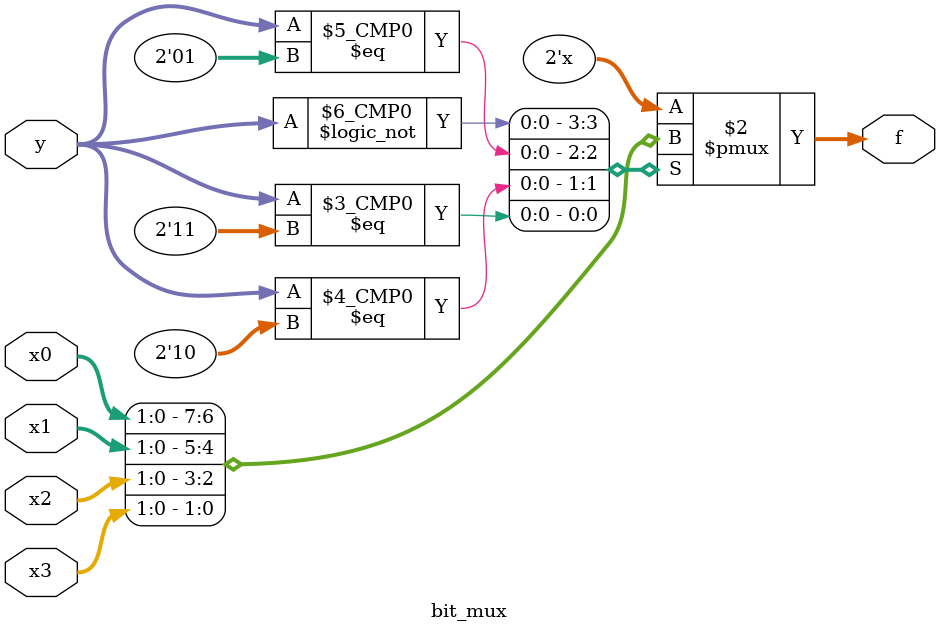
<source format=v>
module bit_mux(
	input [1:0] x0,
	input [1:0] x1,
	input [1:0] x2,
	input [1:0] x3,
	input [1:0] y,
	output reg [1:0] f
);

	always @(*) begin
		case (y)
			2'b00: f = x0;
			2'b01: f = x1;
			2'b10: f = x2;
			2'b11: f = x3;
			default: f = 2'b00;
		endcase
	end
endmodule

</source>
